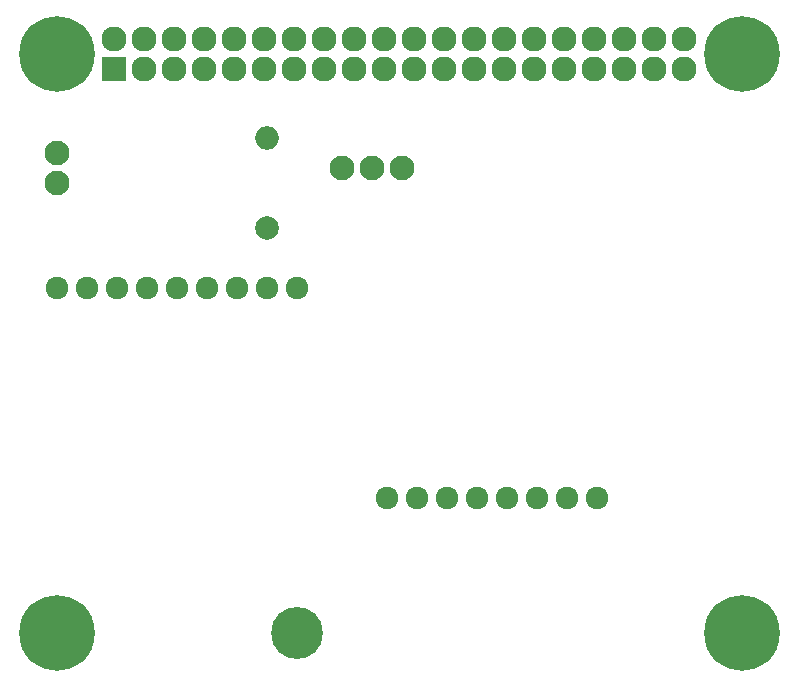
<source format=gbr>
G04 #@! TF.FileFunction,Soldermask,Bot*
%FSLAX46Y46*%
G04 Gerber Fmt 4.6, Leading zero omitted, Abs format (unit mm)*
G04 Created by KiCad (PCBNEW 4.0.5-e0-6337~49~ubuntu16.04.1) date Sun Mar  5 09:11:21 2017*
%MOMM*%
%LPD*%
G01*
G04 APERTURE LIST*
%ADD10C,0.100000*%
%ADD11R,2.127200X2.127200*%
%ADD12O,2.127200X2.127200*%
%ADD13C,6.400000*%
%ADD14C,2.100000*%
%ADD15C,2.000000*%
%ADD16O,2.000000X2.000000*%
%ADD17C,1.924000*%
%ADD18C,4.400000*%
G04 APERTURE END LIST*
D10*
D11*
X119170000Y-71650000D03*
D12*
X119170000Y-69110000D03*
X121710000Y-71650000D03*
X121710000Y-69110000D03*
X124250000Y-71650000D03*
X124250000Y-69110000D03*
X126790000Y-71650000D03*
X126790000Y-69110000D03*
X129330000Y-71650000D03*
X129330000Y-69110000D03*
X131870000Y-71650000D03*
X131870000Y-69110000D03*
X134410000Y-71650000D03*
X134410000Y-69110000D03*
X136950000Y-71650000D03*
X136950000Y-69110000D03*
X139490000Y-71650000D03*
X139490000Y-69110000D03*
X142030000Y-71650000D03*
X142030000Y-69110000D03*
X144570000Y-71650000D03*
X144570000Y-69110000D03*
X147110000Y-71650000D03*
X147110000Y-69110000D03*
X149650000Y-71650000D03*
X149650000Y-69110000D03*
X152190000Y-71650000D03*
X152190000Y-69110000D03*
X154730000Y-71650000D03*
X154730000Y-69110000D03*
X157270000Y-71650000D03*
X157270000Y-69110000D03*
X159810000Y-71650000D03*
X159810000Y-69110000D03*
X162350000Y-71650000D03*
X162350000Y-69110000D03*
X164890000Y-71650000D03*
X164890000Y-69110000D03*
X167430000Y-71650000D03*
X167430000Y-69110000D03*
D13*
X114300000Y-70380000D03*
X172300000Y-70380000D03*
X114300000Y-119380000D03*
X172300000Y-119380000D03*
D14*
X114300000Y-81280000D03*
X114300000Y-78740000D03*
X138430000Y-80010000D03*
X140970000Y-80010000D03*
X143510000Y-80010000D03*
D15*
X132080000Y-85090000D03*
D16*
X132080000Y-77470000D03*
D17*
X124460000Y-90170000D03*
X127000000Y-90170000D03*
X129540000Y-90170000D03*
X132080000Y-90170000D03*
X121920000Y-90170000D03*
X119380000Y-90170000D03*
X116840000Y-90170000D03*
X114300000Y-90170000D03*
X134620000Y-90170000D03*
D18*
X134620000Y-119380000D03*
D17*
X152400000Y-107950000D03*
X149860000Y-107950000D03*
X147320000Y-107950000D03*
X154940000Y-107950000D03*
X157480000Y-107950000D03*
X160020000Y-107950000D03*
X144780000Y-107950000D03*
X142240000Y-107950000D03*
M02*

</source>
